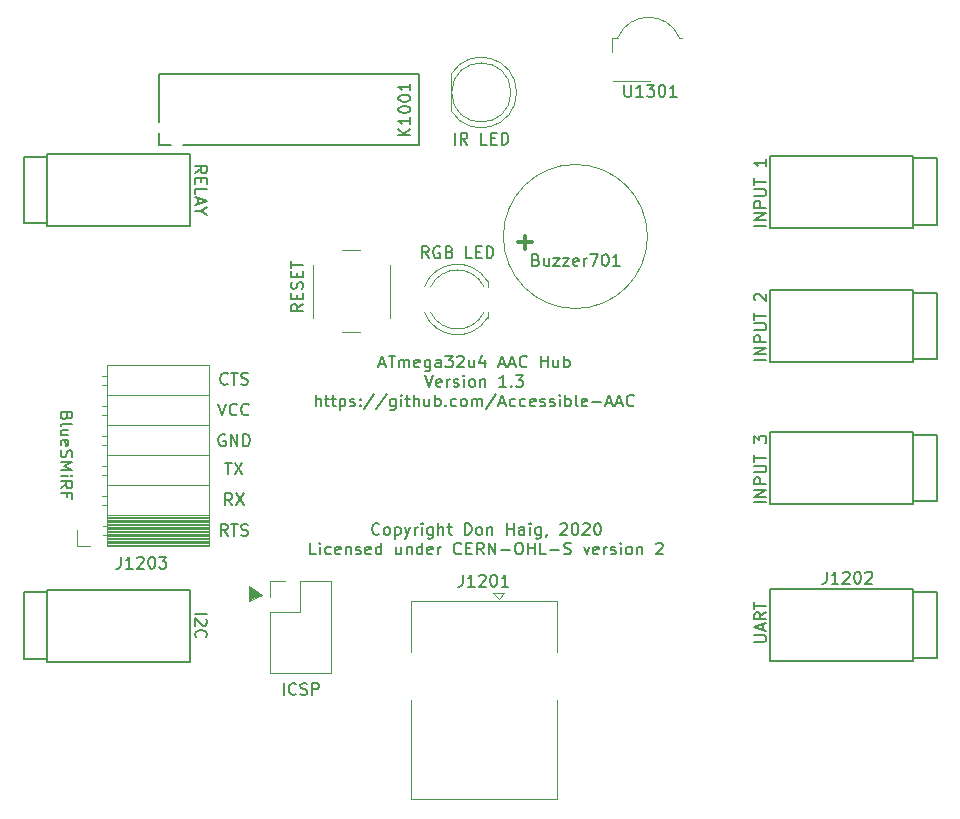
<source format=gto>
G04 #@! TF.GenerationSoftware,KiCad,Pcbnew,5.1.7-a382d34a8~87~ubuntu20.04.1*
G04 #@! TF.CreationDate,2020-11-13T16:05:12-05:00*
G04 #@! TF.ProjectId,atmega32u4_hub_pcb_1_3,61746d65-6761-4333-9275-345f6875625f,1.3*
G04 #@! TF.SameCoordinates,Original*
G04 #@! TF.FileFunction,Legend,Top*
G04 #@! TF.FilePolarity,Positive*
%FSLAX46Y46*%
G04 Gerber Fmt 4.6, Leading zero omitted, Abs format (unit mm)*
G04 Created by KiCad (PCBNEW 5.1.7-a382d34a8~87~ubuntu20.04.1) date 2020-11-13 16:05:12*
%MOMM*%
%LPD*%
G01*
G04 APERTURE LIST*
%ADD10C,0.150000*%
%ADD11C,0.100000*%
%ADD12C,0.300000*%
%ADD13C,0.120000*%
G04 APERTURE END LIST*
D10*
X135970380Y-98935566D02*
X136446571Y-98935566D01*
X135875142Y-99221280D02*
X136208476Y-98221280D01*
X136541809Y-99221280D01*
X136732285Y-98221280D02*
X137303714Y-98221280D01*
X137018000Y-99221280D02*
X137018000Y-98221280D01*
X137637047Y-99221280D02*
X137637047Y-98554614D01*
X137637047Y-98649852D02*
X137684666Y-98602233D01*
X137779904Y-98554614D01*
X137922761Y-98554614D01*
X138018000Y-98602233D01*
X138065619Y-98697471D01*
X138065619Y-99221280D01*
X138065619Y-98697471D02*
X138113238Y-98602233D01*
X138208476Y-98554614D01*
X138351333Y-98554614D01*
X138446571Y-98602233D01*
X138494190Y-98697471D01*
X138494190Y-99221280D01*
X139351333Y-99173661D02*
X139256095Y-99221280D01*
X139065619Y-99221280D01*
X138970380Y-99173661D01*
X138922761Y-99078423D01*
X138922761Y-98697471D01*
X138970380Y-98602233D01*
X139065619Y-98554614D01*
X139256095Y-98554614D01*
X139351333Y-98602233D01*
X139398952Y-98697471D01*
X139398952Y-98792709D01*
X138922761Y-98887947D01*
X140256095Y-98554614D02*
X140256095Y-99364138D01*
X140208476Y-99459376D01*
X140160857Y-99506995D01*
X140065619Y-99554614D01*
X139922761Y-99554614D01*
X139827523Y-99506995D01*
X140256095Y-99173661D02*
X140160857Y-99221280D01*
X139970380Y-99221280D01*
X139875142Y-99173661D01*
X139827523Y-99126042D01*
X139779904Y-99030804D01*
X139779904Y-98745090D01*
X139827523Y-98649852D01*
X139875142Y-98602233D01*
X139970380Y-98554614D01*
X140160857Y-98554614D01*
X140256095Y-98602233D01*
X141160857Y-99221280D02*
X141160857Y-98697471D01*
X141113238Y-98602233D01*
X141018000Y-98554614D01*
X140827523Y-98554614D01*
X140732285Y-98602233D01*
X141160857Y-99173661D02*
X141065619Y-99221280D01*
X140827523Y-99221280D01*
X140732285Y-99173661D01*
X140684666Y-99078423D01*
X140684666Y-98983185D01*
X140732285Y-98887947D01*
X140827523Y-98840328D01*
X141065619Y-98840328D01*
X141160857Y-98792709D01*
X141541809Y-98221280D02*
X142160857Y-98221280D01*
X141827523Y-98602233D01*
X141970380Y-98602233D01*
X142065619Y-98649852D01*
X142113238Y-98697471D01*
X142160857Y-98792709D01*
X142160857Y-99030804D01*
X142113238Y-99126042D01*
X142065619Y-99173661D01*
X141970380Y-99221280D01*
X141684666Y-99221280D01*
X141589428Y-99173661D01*
X141541809Y-99126042D01*
X142541809Y-98316519D02*
X142589428Y-98268900D01*
X142684666Y-98221280D01*
X142922761Y-98221280D01*
X143018000Y-98268900D01*
X143065619Y-98316519D01*
X143113238Y-98411757D01*
X143113238Y-98506995D01*
X143065619Y-98649852D01*
X142494190Y-99221280D01*
X143113238Y-99221280D01*
X143970380Y-98554614D02*
X143970380Y-99221280D01*
X143541809Y-98554614D02*
X143541809Y-99078423D01*
X143589428Y-99173661D01*
X143684666Y-99221280D01*
X143827523Y-99221280D01*
X143922761Y-99173661D01*
X143970380Y-99126042D01*
X144875142Y-98554614D02*
X144875142Y-99221280D01*
X144637047Y-98173661D02*
X144398952Y-98887947D01*
X145018000Y-98887947D01*
X146113238Y-98935566D02*
X146589428Y-98935566D01*
X146018000Y-99221280D02*
X146351333Y-98221280D01*
X146684666Y-99221280D01*
X146970380Y-98935566D02*
X147446571Y-98935566D01*
X146875142Y-99221280D02*
X147208476Y-98221280D01*
X147541809Y-99221280D01*
X148446571Y-99126042D02*
X148398952Y-99173661D01*
X148256095Y-99221280D01*
X148160857Y-99221280D01*
X148018000Y-99173661D01*
X147922761Y-99078423D01*
X147875142Y-98983185D01*
X147827523Y-98792709D01*
X147827523Y-98649852D01*
X147875142Y-98459376D01*
X147922761Y-98364138D01*
X148018000Y-98268900D01*
X148160857Y-98221280D01*
X148256095Y-98221280D01*
X148398952Y-98268900D01*
X148446571Y-98316519D01*
X149637047Y-99221280D02*
X149637047Y-98221280D01*
X149637047Y-98697471D02*
X150208476Y-98697471D01*
X150208476Y-99221280D02*
X150208476Y-98221280D01*
X151113238Y-98554614D02*
X151113238Y-99221280D01*
X150684666Y-98554614D02*
X150684666Y-99078423D01*
X150732285Y-99173661D01*
X150827523Y-99221280D01*
X150970380Y-99221280D01*
X151065619Y-99173661D01*
X151113238Y-99126042D01*
X151589428Y-99221280D02*
X151589428Y-98221280D01*
X151589428Y-98602233D02*
X151684666Y-98554614D01*
X151875142Y-98554614D01*
X151970380Y-98602233D01*
X152018000Y-98649852D01*
X152065619Y-98745090D01*
X152065619Y-99030804D01*
X152018000Y-99126042D01*
X151970380Y-99173661D01*
X151875142Y-99221280D01*
X151684666Y-99221280D01*
X151589428Y-99173661D01*
X139827523Y-99871280D02*
X140160857Y-100871280D01*
X140494190Y-99871280D01*
X141208476Y-100823661D02*
X141113238Y-100871280D01*
X140922761Y-100871280D01*
X140827523Y-100823661D01*
X140779904Y-100728423D01*
X140779904Y-100347471D01*
X140827523Y-100252233D01*
X140922761Y-100204614D01*
X141113238Y-100204614D01*
X141208476Y-100252233D01*
X141256095Y-100347471D01*
X141256095Y-100442709D01*
X140779904Y-100537947D01*
X141684666Y-100871280D02*
X141684666Y-100204614D01*
X141684666Y-100395090D02*
X141732285Y-100299852D01*
X141779904Y-100252233D01*
X141875142Y-100204614D01*
X141970380Y-100204614D01*
X142256095Y-100823661D02*
X142351333Y-100871280D01*
X142541809Y-100871280D01*
X142637047Y-100823661D01*
X142684666Y-100728423D01*
X142684666Y-100680804D01*
X142637047Y-100585566D01*
X142541809Y-100537947D01*
X142398952Y-100537947D01*
X142303714Y-100490328D01*
X142256095Y-100395090D01*
X142256095Y-100347471D01*
X142303714Y-100252233D01*
X142398952Y-100204614D01*
X142541809Y-100204614D01*
X142637047Y-100252233D01*
X143113238Y-100871280D02*
X143113238Y-100204614D01*
X143113238Y-99871280D02*
X143065619Y-99918900D01*
X143113238Y-99966519D01*
X143160857Y-99918900D01*
X143113238Y-99871280D01*
X143113238Y-99966519D01*
X143732285Y-100871280D02*
X143637047Y-100823661D01*
X143589428Y-100776042D01*
X143541809Y-100680804D01*
X143541809Y-100395090D01*
X143589428Y-100299852D01*
X143637047Y-100252233D01*
X143732285Y-100204614D01*
X143875142Y-100204614D01*
X143970380Y-100252233D01*
X144018000Y-100299852D01*
X144065619Y-100395090D01*
X144065619Y-100680804D01*
X144018000Y-100776042D01*
X143970380Y-100823661D01*
X143875142Y-100871280D01*
X143732285Y-100871280D01*
X144494190Y-100204614D02*
X144494190Y-100871280D01*
X144494190Y-100299852D02*
X144541809Y-100252233D01*
X144637047Y-100204614D01*
X144779904Y-100204614D01*
X144875142Y-100252233D01*
X144922761Y-100347471D01*
X144922761Y-100871280D01*
X146684666Y-100871280D02*
X146113238Y-100871280D01*
X146398952Y-100871280D02*
X146398952Y-99871280D01*
X146303714Y-100014138D01*
X146208476Y-100109376D01*
X146113238Y-100156995D01*
X147113238Y-100776042D02*
X147160857Y-100823661D01*
X147113238Y-100871280D01*
X147065619Y-100823661D01*
X147113238Y-100776042D01*
X147113238Y-100871280D01*
X147494190Y-99871280D02*
X148113238Y-99871280D01*
X147779904Y-100252233D01*
X147922761Y-100252233D01*
X148018000Y-100299852D01*
X148065619Y-100347471D01*
X148113238Y-100442709D01*
X148113238Y-100680804D01*
X148065619Y-100776042D01*
X148018000Y-100823661D01*
X147922761Y-100871280D01*
X147637047Y-100871280D01*
X147541809Y-100823661D01*
X147494190Y-100776042D01*
X130565619Y-102521280D02*
X130565619Y-101521280D01*
X130994190Y-102521280D02*
X130994190Y-101997471D01*
X130946571Y-101902233D01*
X130851333Y-101854614D01*
X130708476Y-101854614D01*
X130613238Y-101902233D01*
X130565619Y-101949852D01*
X131327523Y-101854614D02*
X131708476Y-101854614D01*
X131470380Y-101521280D02*
X131470380Y-102378423D01*
X131518000Y-102473661D01*
X131613238Y-102521280D01*
X131708476Y-102521280D01*
X131898952Y-101854614D02*
X132279904Y-101854614D01*
X132041809Y-101521280D02*
X132041809Y-102378423D01*
X132089428Y-102473661D01*
X132184666Y-102521280D01*
X132279904Y-102521280D01*
X132613238Y-101854614D02*
X132613238Y-102854614D01*
X132613238Y-101902233D02*
X132708476Y-101854614D01*
X132898952Y-101854614D01*
X132994190Y-101902233D01*
X133041809Y-101949852D01*
X133089428Y-102045090D01*
X133089428Y-102330804D01*
X133041809Y-102426042D01*
X132994190Y-102473661D01*
X132898952Y-102521280D01*
X132708476Y-102521280D01*
X132613238Y-102473661D01*
X133470380Y-102473661D02*
X133565619Y-102521280D01*
X133756095Y-102521280D01*
X133851333Y-102473661D01*
X133898952Y-102378423D01*
X133898952Y-102330804D01*
X133851333Y-102235566D01*
X133756095Y-102187947D01*
X133613238Y-102187947D01*
X133518000Y-102140328D01*
X133470380Y-102045090D01*
X133470380Y-101997471D01*
X133518000Y-101902233D01*
X133613238Y-101854614D01*
X133756095Y-101854614D01*
X133851333Y-101902233D01*
X134327523Y-102426042D02*
X134375142Y-102473661D01*
X134327523Y-102521280D01*
X134279904Y-102473661D01*
X134327523Y-102426042D01*
X134327523Y-102521280D01*
X134327523Y-101902233D02*
X134375142Y-101949852D01*
X134327523Y-101997471D01*
X134279904Y-101949852D01*
X134327523Y-101902233D01*
X134327523Y-101997471D01*
X135518000Y-101473661D02*
X134660857Y-102759376D01*
X136565619Y-101473661D02*
X135708476Y-102759376D01*
X137327523Y-101854614D02*
X137327523Y-102664138D01*
X137279904Y-102759376D01*
X137232285Y-102806995D01*
X137137047Y-102854614D01*
X136994190Y-102854614D01*
X136898952Y-102806995D01*
X137327523Y-102473661D02*
X137232285Y-102521280D01*
X137041809Y-102521280D01*
X136946571Y-102473661D01*
X136898952Y-102426042D01*
X136851333Y-102330804D01*
X136851333Y-102045090D01*
X136898952Y-101949852D01*
X136946571Y-101902233D01*
X137041809Y-101854614D01*
X137232285Y-101854614D01*
X137327523Y-101902233D01*
X137803714Y-102521280D02*
X137803714Y-101854614D01*
X137803714Y-101521280D02*
X137756095Y-101568900D01*
X137803714Y-101616519D01*
X137851333Y-101568900D01*
X137803714Y-101521280D01*
X137803714Y-101616519D01*
X138137047Y-101854614D02*
X138518000Y-101854614D01*
X138279904Y-101521280D02*
X138279904Y-102378423D01*
X138327523Y-102473661D01*
X138422761Y-102521280D01*
X138518000Y-102521280D01*
X138851333Y-102521280D02*
X138851333Y-101521280D01*
X139279904Y-102521280D02*
X139279904Y-101997471D01*
X139232285Y-101902233D01*
X139137047Y-101854614D01*
X138994190Y-101854614D01*
X138898952Y-101902233D01*
X138851333Y-101949852D01*
X140184666Y-101854614D02*
X140184666Y-102521280D01*
X139756095Y-101854614D02*
X139756095Y-102378423D01*
X139803714Y-102473661D01*
X139898952Y-102521280D01*
X140041809Y-102521280D01*
X140137047Y-102473661D01*
X140184666Y-102426042D01*
X140660857Y-102521280D02*
X140660857Y-101521280D01*
X140660857Y-101902233D02*
X140756095Y-101854614D01*
X140946571Y-101854614D01*
X141041809Y-101902233D01*
X141089428Y-101949852D01*
X141137047Y-102045090D01*
X141137047Y-102330804D01*
X141089428Y-102426042D01*
X141041809Y-102473661D01*
X140946571Y-102521280D01*
X140756095Y-102521280D01*
X140660857Y-102473661D01*
X141565619Y-102426042D02*
X141613238Y-102473661D01*
X141565619Y-102521280D01*
X141518000Y-102473661D01*
X141565619Y-102426042D01*
X141565619Y-102521280D01*
X142470380Y-102473661D02*
X142375142Y-102521280D01*
X142184666Y-102521280D01*
X142089428Y-102473661D01*
X142041809Y-102426042D01*
X141994190Y-102330804D01*
X141994190Y-102045090D01*
X142041809Y-101949852D01*
X142089428Y-101902233D01*
X142184666Y-101854614D01*
X142375142Y-101854614D01*
X142470380Y-101902233D01*
X143041809Y-102521280D02*
X142946571Y-102473661D01*
X142898952Y-102426042D01*
X142851333Y-102330804D01*
X142851333Y-102045090D01*
X142898952Y-101949852D01*
X142946571Y-101902233D01*
X143041809Y-101854614D01*
X143184666Y-101854614D01*
X143279904Y-101902233D01*
X143327523Y-101949852D01*
X143375142Y-102045090D01*
X143375142Y-102330804D01*
X143327523Y-102426042D01*
X143279904Y-102473661D01*
X143184666Y-102521280D01*
X143041809Y-102521280D01*
X143803714Y-102521280D02*
X143803714Y-101854614D01*
X143803714Y-101949852D02*
X143851333Y-101902233D01*
X143946571Y-101854614D01*
X144089428Y-101854614D01*
X144184666Y-101902233D01*
X144232285Y-101997471D01*
X144232285Y-102521280D01*
X144232285Y-101997471D02*
X144279904Y-101902233D01*
X144375142Y-101854614D01*
X144518000Y-101854614D01*
X144613238Y-101902233D01*
X144660857Y-101997471D01*
X144660857Y-102521280D01*
X145851333Y-101473661D02*
X144994190Y-102759376D01*
X146137047Y-102235566D02*
X146613238Y-102235566D01*
X146041809Y-102521280D02*
X146375142Y-101521280D01*
X146708476Y-102521280D01*
X147470380Y-102473661D02*
X147375142Y-102521280D01*
X147184666Y-102521280D01*
X147089428Y-102473661D01*
X147041809Y-102426042D01*
X146994190Y-102330804D01*
X146994190Y-102045090D01*
X147041809Y-101949852D01*
X147089428Y-101902233D01*
X147184666Y-101854614D01*
X147375142Y-101854614D01*
X147470380Y-101902233D01*
X148327523Y-102473661D02*
X148232285Y-102521280D01*
X148041809Y-102521280D01*
X147946571Y-102473661D01*
X147898952Y-102426042D01*
X147851333Y-102330804D01*
X147851333Y-102045090D01*
X147898952Y-101949852D01*
X147946571Y-101902233D01*
X148041809Y-101854614D01*
X148232285Y-101854614D01*
X148327523Y-101902233D01*
X149137047Y-102473661D02*
X149041809Y-102521280D01*
X148851333Y-102521280D01*
X148756095Y-102473661D01*
X148708476Y-102378423D01*
X148708476Y-101997471D01*
X148756095Y-101902233D01*
X148851333Y-101854614D01*
X149041809Y-101854614D01*
X149137047Y-101902233D01*
X149184666Y-101997471D01*
X149184666Y-102092709D01*
X148708476Y-102187947D01*
X149565619Y-102473661D02*
X149660857Y-102521280D01*
X149851333Y-102521280D01*
X149946571Y-102473661D01*
X149994190Y-102378423D01*
X149994190Y-102330804D01*
X149946571Y-102235566D01*
X149851333Y-102187947D01*
X149708476Y-102187947D01*
X149613238Y-102140328D01*
X149565619Y-102045090D01*
X149565619Y-101997471D01*
X149613238Y-101902233D01*
X149708476Y-101854614D01*
X149851333Y-101854614D01*
X149946571Y-101902233D01*
X150375142Y-102473661D02*
X150470380Y-102521280D01*
X150660857Y-102521280D01*
X150756095Y-102473661D01*
X150803714Y-102378423D01*
X150803714Y-102330804D01*
X150756095Y-102235566D01*
X150660857Y-102187947D01*
X150518000Y-102187947D01*
X150422761Y-102140328D01*
X150375142Y-102045090D01*
X150375142Y-101997471D01*
X150422761Y-101902233D01*
X150518000Y-101854614D01*
X150660857Y-101854614D01*
X150756095Y-101902233D01*
X151232285Y-102521280D02*
X151232285Y-101854614D01*
X151232285Y-101521280D02*
X151184666Y-101568900D01*
X151232285Y-101616519D01*
X151279904Y-101568900D01*
X151232285Y-101521280D01*
X151232285Y-101616519D01*
X151708476Y-102521280D02*
X151708476Y-101521280D01*
X151708476Y-101902233D02*
X151803714Y-101854614D01*
X151994190Y-101854614D01*
X152089428Y-101902233D01*
X152137047Y-101949852D01*
X152184666Y-102045090D01*
X152184666Y-102330804D01*
X152137047Y-102426042D01*
X152089428Y-102473661D01*
X151994190Y-102521280D01*
X151803714Y-102521280D01*
X151708476Y-102473661D01*
X152756095Y-102521280D02*
X152660857Y-102473661D01*
X152613238Y-102378423D01*
X152613238Y-101521280D01*
X153518000Y-102473661D02*
X153422761Y-102521280D01*
X153232285Y-102521280D01*
X153137047Y-102473661D01*
X153089428Y-102378423D01*
X153089428Y-101997471D01*
X153137047Y-101902233D01*
X153232285Y-101854614D01*
X153422761Y-101854614D01*
X153518000Y-101902233D01*
X153565619Y-101997471D01*
X153565619Y-102092709D01*
X153089428Y-102187947D01*
X153994190Y-102140328D02*
X154756095Y-102140328D01*
X155184666Y-102235566D02*
X155660857Y-102235566D01*
X155089428Y-102521280D02*
X155422761Y-101521280D01*
X155756095Y-102521280D01*
X156041809Y-102235566D02*
X156518000Y-102235566D01*
X155946571Y-102521280D02*
X156279904Y-101521280D01*
X156613238Y-102521280D01*
X157518000Y-102426042D02*
X157470380Y-102473661D01*
X157327523Y-102521280D01*
X157232285Y-102521280D01*
X157089428Y-102473661D01*
X156994190Y-102378423D01*
X156946571Y-102283185D01*
X156898952Y-102092709D01*
X156898952Y-101949852D01*
X156946571Y-101759376D01*
X156994190Y-101664138D01*
X157089428Y-101568900D01*
X157232285Y-101521280D01*
X157327523Y-101521280D01*
X157470380Y-101568900D01*
X157518000Y-101616519D01*
D11*
G36*
X126034800Y-118491000D02*
G01*
X124891800Y-118973600D01*
X124891800Y-117805200D01*
X124917200Y-117830600D01*
X124891800Y-117754400D01*
X126034800Y-118491000D01*
G37*
X126034800Y-118491000D02*
X124891800Y-118973600D01*
X124891800Y-117805200D01*
X124917200Y-117830600D01*
X124891800Y-117754400D01*
X126034800Y-118491000D01*
D10*
X109494628Y-103343485D02*
X109447009Y-103486342D01*
X109399390Y-103533961D01*
X109304152Y-103581580D01*
X109161295Y-103581580D01*
X109066057Y-103533961D01*
X109018438Y-103486342D01*
X108970819Y-103391104D01*
X108970819Y-103010152D01*
X109970819Y-103010152D01*
X109970819Y-103343485D01*
X109923200Y-103438723D01*
X109875580Y-103486342D01*
X109780342Y-103533961D01*
X109685104Y-103533961D01*
X109589866Y-103486342D01*
X109542247Y-103438723D01*
X109494628Y-103343485D01*
X109494628Y-103010152D01*
X108970819Y-104153009D02*
X109018438Y-104057771D01*
X109113676Y-104010152D01*
X109970819Y-104010152D01*
X109637485Y-104962533D02*
X108970819Y-104962533D01*
X109637485Y-104533961D02*
X109113676Y-104533961D01*
X109018438Y-104581580D01*
X108970819Y-104676819D01*
X108970819Y-104819676D01*
X109018438Y-104914914D01*
X109066057Y-104962533D01*
X109018438Y-105819676D02*
X108970819Y-105724438D01*
X108970819Y-105533961D01*
X109018438Y-105438723D01*
X109113676Y-105391104D01*
X109494628Y-105391104D01*
X109589866Y-105438723D01*
X109637485Y-105533961D01*
X109637485Y-105724438D01*
X109589866Y-105819676D01*
X109494628Y-105867295D01*
X109399390Y-105867295D01*
X109304152Y-105391104D01*
X109018438Y-106248247D02*
X108970819Y-106391104D01*
X108970819Y-106629200D01*
X109018438Y-106724438D01*
X109066057Y-106772057D01*
X109161295Y-106819676D01*
X109256533Y-106819676D01*
X109351771Y-106772057D01*
X109399390Y-106724438D01*
X109447009Y-106629200D01*
X109494628Y-106438723D01*
X109542247Y-106343485D01*
X109589866Y-106295866D01*
X109685104Y-106248247D01*
X109780342Y-106248247D01*
X109875580Y-106295866D01*
X109923200Y-106343485D01*
X109970819Y-106438723D01*
X109970819Y-106676819D01*
X109923200Y-106819676D01*
X108970819Y-107248247D02*
X109970819Y-107248247D01*
X109256533Y-107581580D01*
X109970819Y-107914914D01*
X108970819Y-107914914D01*
X108970819Y-108391104D02*
X109637485Y-108391104D01*
X109970819Y-108391104D02*
X109923200Y-108343485D01*
X109875580Y-108391104D01*
X109923200Y-108438723D01*
X109970819Y-108391104D01*
X109875580Y-108391104D01*
X108970819Y-109438723D02*
X109447009Y-109105390D01*
X108970819Y-108867295D02*
X109970819Y-108867295D01*
X109970819Y-109248247D01*
X109923200Y-109343485D01*
X109875580Y-109391104D01*
X109780342Y-109438723D01*
X109637485Y-109438723D01*
X109542247Y-109391104D01*
X109494628Y-109343485D01*
X109447009Y-109248247D01*
X109447009Y-108867295D01*
X109494628Y-110200628D02*
X109494628Y-109867295D01*
X108970819Y-109867295D02*
X109970819Y-109867295D01*
X109970819Y-110343485D01*
X167701980Y-122448438D02*
X168511504Y-122448438D01*
X168606742Y-122400819D01*
X168654361Y-122353200D01*
X168701980Y-122257961D01*
X168701980Y-122067485D01*
X168654361Y-121972247D01*
X168606742Y-121924628D01*
X168511504Y-121877009D01*
X167701980Y-121877009D01*
X168416266Y-121448438D02*
X168416266Y-120972247D01*
X168701980Y-121543676D02*
X167701980Y-121210342D01*
X168701980Y-120877009D01*
X168701980Y-119972247D02*
X168225790Y-120305580D01*
X168701980Y-120543676D02*
X167701980Y-120543676D01*
X167701980Y-120162723D01*
X167749600Y-120067485D01*
X167797219Y-120019866D01*
X167892457Y-119972247D01*
X168035314Y-119972247D01*
X168130552Y-120019866D01*
X168178171Y-120067485D01*
X168225790Y-120162723D01*
X168225790Y-120543676D01*
X167701980Y-119686533D02*
X167701980Y-119115104D01*
X168701980Y-119400819D02*
X167701980Y-119400819D01*
D12*
X148843928Y-88626142D02*
X147701071Y-88626142D01*
X148272500Y-89197571D02*
X148272500Y-88054714D01*
D10*
X120350019Y-120080209D02*
X121350019Y-120080209D01*
X121254780Y-120508780D02*
X121302400Y-120556400D01*
X121350019Y-120651638D01*
X121350019Y-120889733D01*
X121302400Y-120984971D01*
X121254780Y-121032590D01*
X121159542Y-121080209D01*
X121064304Y-121080209D01*
X120921447Y-121032590D01*
X120350019Y-120461161D01*
X120350019Y-121080209D01*
X120445257Y-122080209D02*
X120397638Y-122032590D01*
X120350019Y-121889733D01*
X120350019Y-121794495D01*
X120397638Y-121651638D01*
X120492876Y-121556400D01*
X120588114Y-121508780D01*
X120778590Y-121461161D01*
X120921447Y-121461161D01*
X121111923Y-121508780D01*
X121207161Y-121556400D01*
X121302400Y-121651638D01*
X121350019Y-121794495D01*
X121350019Y-121889733D01*
X121302400Y-122032590D01*
X121254780Y-122080209D01*
X135949871Y-113311442D02*
X135902252Y-113359061D01*
X135759395Y-113406680D01*
X135664157Y-113406680D01*
X135521300Y-113359061D01*
X135426061Y-113263823D01*
X135378442Y-113168585D01*
X135330823Y-112978109D01*
X135330823Y-112835252D01*
X135378442Y-112644776D01*
X135426061Y-112549538D01*
X135521300Y-112454300D01*
X135664157Y-112406680D01*
X135759395Y-112406680D01*
X135902252Y-112454300D01*
X135949871Y-112501919D01*
X136521300Y-113406680D02*
X136426061Y-113359061D01*
X136378442Y-113311442D01*
X136330823Y-113216204D01*
X136330823Y-112930490D01*
X136378442Y-112835252D01*
X136426061Y-112787633D01*
X136521300Y-112740014D01*
X136664157Y-112740014D01*
X136759395Y-112787633D01*
X136807014Y-112835252D01*
X136854633Y-112930490D01*
X136854633Y-113216204D01*
X136807014Y-113311442D01*
X136759395Y-113359061D01*
X136664157Y-113406680D01*
X136521300Y-113406680D01*
X137283204Y-112740014D02*
X137283204Y-113740014D01*
X137283204Y-112787633D02*
X137378442Y-112740014D01*
X137568919Y-112740014D01*
X137664157Y-112787633D01*
X137711776Y-112835252D01*
X137759395Y-112930490D01*
X137759395Y-113216204D01*
X137711776Y-113311442D01*
X137664157Y-113359061D01*
X137568919Y-113406680D01*
X137378442Y-113406680D01*
X137283204Y-113359061D01*
X138092728Y-112740014D02*
X138330823Y-113406680D01*
X138568919Y-112740014D02*
X138330823Y-113406680D01*
X138235585Y-113644776D01*
X138187966Y-113692395D01*
X138092728Y-113740014D01*
X138949871Y-113406680D02*
X138949871Y-112740014D01*
X138949871Y-112930490D02*
X138997490Y-112835252D01*
X139045109Y-112787633D01*
X139140347Y-112740014D01*
X139235585Y-112740014D01*
X139568919Y-113406680D02*
X139568919Y-112740014D01*
X139568919Y-112406680D02*
X139521300Y-112454300D01*
X139568919Y-112501919D01*
X139616538Y-112454300D01*
X139568919Y-112406680D01*
X139568919Y-112501919D01*
X140473680Y-112740014D02*
X140473680Y-113549538D01*
X140426061Y-113644776D01*
X140378442Y-113692395D01*
X140283204Y-113740014D01*
X140140347Y-113740014D01*
X140045109Y-113692395D01*
X140473680Y-113359061D02*
X140378442Y-113406680D01*
X140187966Y-113406680D01*
X140092728Y-113359061D01*
X140045109Y-113311442D01*
X139997490Y-113216204D01*
X139997490Y-112930490D01*
X140045109Y-112835252D01*
X140092728Y-112787633D01*
X140187966Y-112740014D01*
X140378442Y-112740014D01*
X140473680Y-112787633D01*
X140949871Y-113406680D02*
X140949871Y-112406680D01*
X141378442Y-113406680D02*
X141378442Y-112882871D01*
X141330823Y-112787633D01*
X141235585Y-112740014D01*
X141092728Y-112740014D01*
X140997490Y-112787633D01*
X140949871Y-112835252D01*
X141711776Y-112740014D02*
X142092728Y-112740014D01*
X141854633Y-112406680D02*
X141854633Y-113263823D01*
X141902252Y-113359061D01*
X141997490Y-113406680D01*
X142092728Y-113406680D01*
X143187966Y-113406680D02*
X143187966Y-112406680D01*
X143426061Y-112406680D01*
X143568919Y-112454300D01*
X143664157Y-112549538D01*
X143711776Y-112644776D01*
X143759395Y-112835252D01*
X143759395Y-112978109D01*
X143711776Y-113168585D01*
X143664157Y-113263823D01*
X143568919Y-113359061D01*
X143426061Y-113406680D01*
X143187966Y-113406680D01*
X144330823Y-113406680D02*
X144235585Y-113359061D01*
X144187966Y-113311442D01*
X144140347Y-113216204D01*
X144140347Y-112930490D01*
X144187966Y-112835252D01*
X144235585Y-112787633D01*
X144330823Y-112740014D01*
X144473680Y-112740014D01*
X144568919Y-112787633D01*
X144616538Y-112835252D01*
X144664157Y-112930490D01*
X144664157Y-113216204D01*
X144616538Y-113311442D01*
X144568919Y-113359061D01*
X144473680Y-113406680D01*
X144330823Y-113406680D01*
X145092728Y-112740014D02*
X145092728Y-113406680D01*
X145092728Y-112835252D02*
X145140347Y-112787633D01*
X145235585Y-112740014D01*
X145378442Y-112740014D01*
X145473680Y-112787633D01*
X145521300Y-112882871D01*
X145521300Y-113406680D01*
X146759395Y-113406680D02*
X146759395Y-112406680D01*
X146759395Y-112882871D02*
X147330823Y-112882871D01*
X147330823Y-113406680D02*
X147330823Y-112406680D01*
X148235585Y-113406680D02*
X148235585Y-112882871D01*
X148187966Y-112787633D01*
X148092728Y-112740014D01*
X147902252Y-112740014D01*
X147807014Y-112787633D01*
X148235585Y-113359061D02*
X148140347Y-113406680D01*
X147902252Y-113406680D01*
X147807014Y-113359061D01*
X147759395Y-113263823D01*
X147759395Y-113168585D01*
X147807014Y-113073347D01*
X147902252Y-113025728D01*
X148140347Y-113025728D01*
X148235585Y-112978109D01*
X148711776Y-113406680D02*
X148711776Y-112740014D01*
X148711776Y-112406680D02*
X148664157Y-112454300D01*
X148711776Y-112501919D01*
X148759395Y-112454300D01*
X148711776Y-112406680D01*
X148711776Y-112501919D01*
X149616538Y-112740014D02*
X149616538Y-113549538D01*
X149568919Y-113644776D01*
X149521300Y-113692395D01*
X149426061Y-113740014D01*
X149283204Y-113740014D01*
X149187966Y-113692395D01*
X149616538Y-113359061D02*
X149521300Y-113406680D01*
X149330823Y-113406680D01*
X149235585Y-113359061D01*
X149187966Y-113311442D01*
X149140347Y-113216204D01*
X149140347Y-112930490D01*
X149187966Y-112835252D01*
X149235585Y-112787633D01*
X149330823Y-112740014D01*
X149521300Y-112740014D01*
X149616538Y-112787633D01*
X150140347Y-113359061D02*
X150140347Y-113406680D01*
X150092728Y-113501919D01*
X150045109Y-113549538D01*
X151283204Y-112501919D02*
X151330823Y-112454300D01*
X151426061Y-112406680D01*
X151664157Y-112406680D01*
X151759395Y-112454300D01*
X151807014Y-112501919D01*
X151854633Y-112597157D01*
X151854633Y-112692395D01*
X151807014Y-112835252D01*
X151235585Y-113406680D01*
X151854633Y-113406680D01*
X152473680Y-112406680D02*
X152568919Y-112406680D01*
X152664157Y-112454300D01*
X152711776Y-112501919D01*
X152759395Y-112597157D01*
X152807014Y-112787633D01*
X152807014Y-113025728D01*
X152759395Y-113216204D01*
X152711776Y-113311442D01*
X152664157Y-113359061D01*
X152568919Y-113406680D01*
X152473680Y-113406680D01*
X152378442Y-113359061D01*
X152330823Y-113311442D01*
X152283204Y-113216204D01*
X152235585Y-113025728D01*
X152235585Y-112787633D01*
X152283204Y-112597157D01*
X152330823Y-112501919D01*
X152378442Y-112454300D01*
X152473680Y-112406680D01*
X153187966Y-112501919D02*
X153235585Y-112454300D01*
X153330823Y-112406680D01*
X153568919Y-112406680D01*
X153664157Y-112454300D01*
X153711776Y-112501919D01*
X153759395Y-112597157D01*
X153759395Y-112692395D01*
X153711776Y-112835252D01*
X153140347Y-113406680D01*
X153759395Y-113406680D01*
X154378442Y-112406680D02*
X154473680Y-112406680D01*
X154568919Y-112454300D01*
X154616538Y-112501919D01*
X154664157Y-112597157D01*
X154711776Y-112787633D01*
X154711776Y-113025728D01*
X154664157Y-113216204D01*
X154616538Y-113311442D01*
X154568919Y-113359061D01*
X154473680Y-113406680D01*
X154378442Y-113406680D01*
X154283204Y-113359061D01*
X154235585Y-113311442D01*
X154187966Y-113216204D01*
X154140347Y-113025728D01*
X154140347Y-112787633D01*
X154187966Y-112597157D01*
X154235585Y-112501919D01*
X154283204Y-112454300D01*
X154378442Y-112406680D01*
X130592728Y-115056680D02*
X130116538Y-115056680D01*
X130116538Y-114056680D01*
X130926061Y-115056680D02*
X130926061Y-114390014D01*
X130926061Y-114056680D02*
X130878442Y-114104300D01*
X130926061Y-114151919D01*
X130973680Y-114104300D01*
X130926061Y-114056680D01*
X130926061Y-114151919D01*
X131830823Y-115009061D02*
X131735585Y-115056680D01*
X131545109Y-115056680D01*
X131449871Y-115009061D01*
X131402252Y-114961442D01*
X131354633Y-114866204D01*
X131354633Y-114580490D01*
X131402252Y-114485252D01*
X131449871Y-114437633D01*
X131545109Y-114390014D01*
X131735585Y-114390014D01*
X131830823Y-114437633D01*
X132640347Y-115009061D02*
X132545109Y-115056680D01*
X132354633Y-115056680D01*
X132259395Y-115009061D01*
X132211776Y-114913823D01*
X132211776Y-114532871D01*
X132259395Y-114437633D01*
X132354633Y-114390014D01*
X132545109Y-114390014D01*
X132640347Y-114437633D01*
X132687966Y-114532871D01*
X132687966Y-114628109D01*
X132211776Y-114723347D01*
X133116538Y-114390014D02*
X133116538Y-115056680D01*
X133116538Y-114485252D02*
X133164157Y-114437633D01*
X133259395Y-114390014D01*
X133402252Y-114390014D01*
X133497490Y-114437633D01*
X133545109Y-114532871D01*
X133545109Y-115056680D01*
X133973680Y-115009061D02*
X134068919Y-115056680D01*
X134259395Y-115056680D01*
X134354633Y-115009061D01*
X134402252Y-114913823D01*
X134402252Y-114866204D01*
X134354633Y-114770966D01*
X134259395Y-114723347D01*
X134116538Y-114723347D01*
X134021300Y-114675728D01*
X133973680Y-114580490D01*
X133973680Y-114532871D01*
X134021300Y-114437633D01*
X134116538Y-114390014D01*
X134259395Y-114390014D01*
X134354633Y-114437633D01*
X135211776Y-115009061D02*
X135116538Y-115056680D01*
X134926061Y-115056680D01*
X134830823Y-115009061D01*
X134783204Y-114913823D01*
X134783204Y-114532871D01*
X134830823Y-114437633D01*
X134926061Y-114390014D01*
X135116538Y-114390014D01*
X135211776Y-114437633D01*
X135259395Y-114532871D01*
X135259395Y-114628109D01*
X134783204Y-114723347D01*
X136116538Y-115056680D02*
X136116538Y-114056680D01*
X136116538Y-115009061D02*
X136021300Y-115056680D01*
X135830823Y-115056680D01*
X135735585Y-115009061D01*
X135687966Y-114961442D01*
X135640347Y-114866204D01*
X135640347Y-114580490D01*
X135687966Y-114485252D01*
X135735585Y-114437633D01*
X135830823Y-114390014D01*
X136021300Y-114390014D01*
X136116538Y-114437633D01*
X137783204Y-114390014D02*
X137783204Y-115056680D01*
X137354633Y-114390014D02*
X137354633Y-114913823D01*
X137402252Y-115009061D01*
X137497490Y-115056680D01*
X137640347Y-115056680D01*
X137735585Y-115009061D01*
X137783204Y-114961442D01*
X138259395Y-114390014D02*
X138259395Y-115056680D01*
X138259395Y-114485252D02*
X138307014Y-114437633D01*
X138402252Y-114390014D01*
X138545109Y-114390014D01*
X138640347Y-114437633D01*
X138687966Y-114532871D01*
X138687966Y-115056680D01*
X139592728Y-115056680D02*
X139592728Y-114056680D01*
X139592728Y-115009061D02*
X139497490Y-115056680D01*
X139307014Y-115056680D01*
X139211776Y-115009061D01*
X139164157Y-114961442D01*
X139116538Y-114866204D01*
X139116538Y-114580490D01*
X139164157Y-114485252D01*
X139211776Y-114437633D01*
X139307014Y-114390014D01*
X139497490Y-114390014D01*
X139592728Y-114437633D01*
X140449871Y-115009061D02*
X140354633Y-115056680D01*
X140164157Y-115056680D01*
X140068919Y-115009061D01*
X140021300Y-114913823D01*
X140021300Y-114532871D01*
X140068919Y-114437633D01*
X140164157Y-114390014D01*
X140354633Y-114390014D01*
X140449871Y-114437633D01*
X140497490Y-114532871D01*
X140497490Y-114628109D01*
X140021300Y-114723347D01*
X140926061Y-115056680D02*
X140926061Y-114390014D01*
X140926061Y-114580490D02*
X140973680Y-114485252D01*
X141021300Y-114437633D01*
X141116538Y-114390014D01*
X141211776Y-114390014D01*
X142878442Y-114961442D02*
X142830823Y-115009061D01*
X142687966Y-115056680D01*
X142592728Y-115056680D01*
X142449871Y-115009061D01*
X142354633Y-114913823D01*
X142307014Y-114818585D01*
X142259395Y-114628109D01*
X142259395Y-114485252D01*
X142307014Y-114294776D01*
X142354633Y-114199538D01*
X142449871Y-114104300D01*
X142592728Y-114056680D01*
X142687966Y-114056680D01*
X142830823Y-114104300D01*
X142878442Y-114151919D01*
X143307014Y-114532871D02*
X143640347Y-114532871D01*
X143783204Y-115056680D02*
X143307014Y-115056680D01*
X143307014Y-114056680D01*
X143783204Y-114056680D01*
X144783204Y-115056680D02*
X144449871Y-114580490D01*
X144211776Y-115056680D02*
X144211776Y-114056680D01*
X144592728Y-114056680D01*
X144687966Y-114104300D01*
X144735585Y-114151919D01*
X144783204Y-114247157D01*
X144783204Y-114390014D01*
X144735585Y-114485252D01*
X144687966Y-114532871D01*
X144592728Y-114580490D01*
X144211776Y-114580490D01*
X145211776Y-115056680D02*
X145211776Y-114056680D01*
X145783204Y-115056680D01*
X145783204Y-114056680D01*
X146259395Y-114675728D02*
X147021300Y-114675728D01*
X147687966Y-114056680D02*
X147878442Y-114056680D01*
X147973680Y-114104300D01*
X148068919Y-114199538D01*
X148116538Y-114390014D01*
X148116538Y-114723347D01*
X148068919Y-114913823D01*
X147973680Y-115009061D01*
X147878442Y-115056680D01*
X147687966Y-115056680D01*
X147592728Y-115009061D01*
X147497490Y-114913823D01*
X147449871Y-114723347D01*
X147449871Y-114390014D01*
X147497490Y-114199538D01*
X147592728Y-114104300D01*
X147687966Y-114056680D01*
X148545109Y-115056680D02*
X148545109Y-114056680D01*
X148545109Y-114532871D02*
X149116538Y-114532871D01*
X149116538Y-115056680D02*
X149116538Y-114056680D01*
X150068919Y-115056680D02*
X149592728Y-115056680D01*
X149592728Y-114056680D01*
X150402252Y-114675728D02*
X151164157Y-114675728D01*
X151592728Y-115009061D02*
X151735585Y-115056680D01*
X151973680Y-115056680D01*
X152068919Y-115009061D01*
X152116538Y-114961442D01*
X152164157Y-114866204D01*
X152164157Y-114770966D01*
X152116538Y-114675728D01*
X152068919Y-114628109D01*
X151973680Y-114580490D01*
X151783204Y-114532871D01*
X151687966Y-114485252D01*
X151640347Y-114437633D01*
X151592728Y-114342395D01*
X151592728Y-114247157D01*
X151640347Y-114151919D01*
X151687966Y-114104300D01*
X151783204Y-114056680D01*
X152021300Y-114056680D01*
X152164157Y-114104300D01*
X153259395Y-114390014D02*
X153497490Y-115056680D01*
X153735585Y-114390014D01*
X154497490Y-115009061D02*
X154402252Y-115056680D01*
X154211776Y-115056680D01*
X154116538Y-115009061D01*
X154068919Y-114913823D01*
X154068919Y-114532871D01*
X154116538Y-114437633D01*
X154211776Y-114390014D01*
X154402252Y-114390014D01*
X154497490Y-114437633D01*
X154545109Y-114532871D01*
X154545109Y-114628109D01*
X154068919Y-114723347D01*
X154973680Y-115056680D02*
X154973680Y-114390014D01*
X154973680Y-114580490D02*
X155021300Y-114485252D01*
X155068919Y-114437633D01*
X155164157Y-114390014D01*
X155259395Y-114390014D01*
X155545109Y-115009061D02*
X155640347Y-115056680D01*
X155830823Y-115056680D01*
X155926061Y-115009061D01*
X155973680Y-114913823D01*
X155973680Y-114866204D01*
X155926061Y-114770966D01*
X155830823Y-114723347D01*
X155687966Y-114723347D01*
X155592728Y-114675728D01*
X155545109Y-114580490D01*
X155545109Y-114532871D01*
X155592728Y-114437633D01*
X155687966Y-114390014D01*
X155830823Y-114390014D01*
X155926061Y-114437633D01*
X156402252Y-115056680D02*
X156402252Y-114390014D01*
X156402252Y-114056680D02*
X156354633Y-114104300D01*
X156402252Y-114151919D01*
X156449871Y-114104300D01*
X156402252Y-114056680D01*
X156402252Y-114151919D01*
X157021300Y-115056680D02*
X156926061Y-115009061D01*
X156878442Y-114961442D01*
X156830823Y-114866204D01*
X156830823Y-114580490D01*
X156878442Y-114485252D01*
X156926061Y-114437633D01*
X157021300Y-114390014D01*
X157164157Y-114390014D01*
X157259395Y-114437633D01*
X157307014Y-114485252D01*
X157354633Y-114580490D01*
X157354633Y-114866204D01*
X157307014Y-114961442D01*
X157259395Y-115009061D01*
X157164157Y-115056680D01*
X157021300Y-115056680D01*
X157783204Y-114390014D02*
X157783204Y-115056680D01*
X157783204Y-114485252D02*
X157830823Y-114437633D01*
X157926061Y-114390014D01*
X158068919Y-114390014D01*
X158164157Y-114437633D01*
X158211776Y-114532871D01*
X158211776Y-115056680D01*
X159402252Y-114151919D02*
X159449871Y-114104300D01*
X159545109Y-114056680D01*
X159783204Y-114056680D01*
X159878442Y-114104300D01*
X159926061Y-114151919D01*
X159973680Y-114247157D01*
X159973680Y-114342395D01*
X159926061Y-114485252D01*
X159354633Y-115056680D01*
X159973680Y-115056680D01*
X120350019Y-82770838D02*
X120826209Y-82437504D01*
X120350019Y-82199409D02*
X121350019Y-82199409D01*
X121350019Y-82580361D01*
X121302400Y-82675600D01*
X121254780Y-82723219D01*
X121159542Y-82770838D01*
X121016685Y-82770838D01*
X120921447Y-82723219D01*
X120873828Y-82675600D01*
X120826209Y-82580361D01*
X120826209Y-82199409D01*
X120873828Y-83199409D02*
X120873828Y-83532742D01*
X120350019Y-83675600D02*
X120350019Y-83199409D01*
X121350019Y-83199409D01*
X121350019Y-83675600D01*
X120350019Y-84580361D02*
X120350019Y-84104171D01*
X121350019Y-84104171D01*
X120635733Y-84866076D02*
X120635733Y-85342266D01*
X120350019Y-84770838D02*
X121350019Y-85104171D01*
X120350019Y-85437504D01*
X120826209Y-85961314D02*
X120350019Y-85961314D01*
X121350019Y-85627980D02*
X120826209Y-85961314D01*
X121350019Y-86294647D01*
X168701980Y-110634114D02*
X167701980Y-110634114D01*
X168701980Y-110157923D02*
X167701980Y-110157923D01*
X168701980Y-109586495D01*
X167701980Y-109586495D01*
X168701980Y-109110304D02*
X167701980Y-109110304D01*
X167701980Y-108729352D01*
X167749600Y-108634114D01*
X167797219Y-108586495D01*
X167892457Y-108538876D01*
X168035314Y-108538876D01*
X168130552Y-108586495D01*
X168178171Y-108634114D01*
X168225790Y-108729352D01*
X168225790Y-109110304D01*
X167701980Y-108110304D02*
X168511504Y-108110304D01*
X168606742Y-108062685D01*
X168654361Y-108015066D01*
X168701980Y-107919828D01*
X168701980Y-107729352D01*
X168654361Y-107634114D01*
X168606742Y-107586495D01*
X168511504Y-107538876D01*
X167701980Y-107538876D01*
X167701980Y-107205542D02*
X167701980Y-106634114D01*
X168701980Y-106919828D02*
X167701980Y-106919828D01*
X167701980Y-105634114D02*
X167701980Y-105015066D01*
X168082933Y-105348400D01*
X168082933Y-105205542D01*
X168130552Y-105110304D01*
X168178171Y-105062685D01*
X168273409Y-105015066D01*
X168511504Y-105015066D01*
X168606742Y-105062685D01*
X168654361Y-105110304D01*
X168701980Y-105205542D01*
X168701980Y-105491257D01*
X168654361Y-105586495D01*
X168606742Y-105634114D01*
X168701980Y-98594514D02*
X167701980Y-98594514D01*
X168701980Y-98118323D02*
X167701980Y-98118323D01*
X168701980Y-97546895D01*
X167701980Y-97546895D01*
X168701980Y-97070704D02*
X167701980Y-97070704D01*
X167701980Y-96689752D01*
X167749600Y-96594514D01*
X167797219Y-96546895D01*
X167892457Y-96499276D01*
X168035314Y-96499276D01*
X168130552Y-96546895D01*
X168178171Y-96594514D01*
X168225790Y-96689752D01*
X168225790Y-97070704D01*
X167701980Y-96070704D02*
X168511504Y-96070704D01*
X168606742Y-96023085D01*
X168654361Y-95975466D01*
X168701980Y-95880228D01*
X168701980Y-95689752D01*
X168654361Y-95594514D01*
X168606742Y-95546895D01*
X168511504Y-95499276D01*
X167701980Y-95499276D01*
X167701980Y-95165942D02*
X167701980Y-94594514D01*
X168701980Y-94880228D02*
X167701980Y-94880228D01*
X167797219Y-93546895D02*
X167749600Y-93499276D01*
X167701980Y-93404038D01*
X167701980Y-93165942D01*
X167749600Y-93070704D01*
X167797219Y-93023085D01*
X167892457Y-92975466D01*
X167987695Y-92975466D01*
X168130552Y-93023085D01*
X168701980Y-93594514D01*
X168701980Y-92975466D01*
X168701980Y-87215314D02*
X167701980Y-87215314D01*
X168701980Y-86739123D02*
X167701980Y-86739123D01*
X168701980Y-86167695D01*
X167701980Y-86167695D01*
X168701980Y-85691504D02*
X167701980Y-85691504D01*
X167701980Y-85310552D01*
X167749600Y-85215314D01*
X167797219Y-85167695D01*
X167892457Y-85120076D01*
X168035314Y-85120076D01*
X168130552Y-85167695D01*
X168178171Y-85215314D01*
X168225790Y-85310552D01*
X168225790Y-85691504D01*
X167701980Y-84691504D02*
X168511504Y-84691504D01*
X168606742Y-84643885D01*
X168654361Y-84596266D01*
X168701980Y-84501028D01*
X168701980Y-84310552D01*
X168654361Y-84215314D01*
X168606742Y-84167695D01*
X168511504Y-84120076D01*
X167701980Y-84120076D01*
X167701980Y-83786742D02*
X167701980Y-83215314D01*
X168701980Y-83501028D02*
X167701980Y-83501028D01*
X168701980Y-81596266D02*
X168701980Y-82167695D01*
X168701980Y-81881980D02*
X167701980Y-81881980D01*
X167844838Y-81977219D01*
X167940076Y-82072457D01*
X167987695Y-82167695D01*
D13*
X121545200Y-114240000D02*
X112915200Y-114240000D01*
X121545200Y-114121905D02*
X112915200Y-114121905D01*
X121545200Y-114003810D02*
X112915200Y-114003810D01*
X121545200Y-113885715D02*
X112915200Y-113885715D01*
X121545200Y-113767620D02*
X112915200Y-113767620D01*
X121545200Y-113649525D02*
X112915200Y-113649525D01*
X121545200Y-113531430D02*
X112915200Y-113531430D01*
X121545200Y-113413335D02*
X112915200Y-113413335D01*
X121545200Y-113295240D02*
X112915200Y-113295240D01*
X121545200Y-113177145D02*
X112915200Y-113177145D01*
X121545200Y-113059050D02*
X112915200Y-113059050D01*
X121545200Y-112940955D02*
X112915200Y-112940955D01*
X121545200Y-112822860D02*
X112915200Y-112822860D01*
X121545200Y-112704765D02*
X112915200Y-112704765D01*
X121545200Y-112586670D02*
X112915200Y-112586670D01*
X121545200Y-112468575D02*
X112915200Y-112468575D01*
X121545200Y-112350480D02*
X112915200Y-112350480D01*
X121545200Y-112232385D02*
X112915200Y-112232385D01*
X121545200Y-112114290D02*
X112915200Y-112114290D01*
X121545200Y-111996195D02*
X112915200Y-111996195D01*
X121545200Y-111878100D02*
X112915200Y-111878100D01*
X112915200Y-113390000D02*
X112565200Y-113390000D01*
X112915200Y-112670000D02*
X112565200Y-112670000D01*
X112915200Y-110850000D02*
X112505200Y-110850000D01*
X112915200Y-110130000D02*
X112505200Y-110130000D01*
X112915200Y-108310000D02*
X112505200Y-108310000D01*
X112915200Y-107590000D02*
X112505200Y-107590000D01*
X112915200Y-105770000D02*
X112505200Y-105770000D01*
X112915200Y-105050000D02*
X112505200Y-105050000D01*
X112915200Y-103230000D02*
X112505200Y-103230000D01*
X112915200Y-102510000D02*
X112505200Y-102510000D01*
X112915200Y-100690000D02*
X112505200Y-100690000D01*
X112915200Y-99970000D02*
X112505200Y-99970000D01*
X121545200Y-111760000D02*
X112915200Y-111760000D01*
X121545200Y-109220000D02*
X112915200Y-109220000D01*
X121545200Y-106680000D02*
X112915200Y-106680000D01*
X121545200Y-104140000D02*
X112915200Y-104140000D01*
X121545200Y-101600000D02*
X112915200Y-101600000D01*
X121545200Y-114360000D02*
X112915200Y-114360000D01*
X112915200Y-114360000D02*
X112915200Y-99000000D01*
X121545200Y-99000000D02*
X112915200Y-99000000D01*
X121545200Y-114360000D02*
X121545200Y-99000000D01*
X110345200Y-114360000D02*
X110345200Y-113030000D01*
X111455200Y-114360000D02*
X110345200Y-114360000D01*
X155691600Y-71296500D02*
X155691600Y-72496500D01*
X155691600Y-71296500D02*
X156151600Y-71296500D01*
X155771600Y-74956500D02*
X158851600Y-74956500D01*
X161351600Y-71296500D02*
X161571600Y-71296500D01*
X161351600Y-71296500D02*
G75*
G03*
X156151600Y-71296500I-2600000J-1100000D01*
G01*
D10*
X181150000Y-124067000D02*
X181150000Y-117967000D01*
X169050000Y-124067000D02*
X169050000Y-117967000D01*
X181150000Y-124067000D02*
X169050000Y-124067000D01*
X181150000Y-117967000D02*
X169050000Y-117967000D01*
X181150000Y-123817000D02*
X183150000Y-123817000D01*
X181150000Y-118217000D02*
X183150000Y-118217000D01*
X183150000Y-123817000D02*
X183150000Y-118217000D01*
D13*
X126670000Y-117338800D02*
X128000000Y-117338800D01*
X126670000Y-118668800D02*
X126670000Y-117338800D01*
X129270000Y-117338800D02*
X131870000Y-117338800D01*
X129270000Y-119938800D02*
X129270000Y-117338800D01*
X126670000Y-119938800D02*
X129270000Y-119938800D01*
X131870000Y-117338800D02*
X131870000Y-125078800D01*
X126670000Y-119938800D02*
X126670000Y-125078800D01*
X126670000Y-125078800D02*
X131870000Y-125078800D01*
X147089500Y-75946000D02*
G75*
G03*
X147089500Y-75946000I-2500000J0D01*
G01*
X142029500Y-74401000D02*
X142029500Y-77491000D01*
X147579500Y-75945538D02*
G75*
G02*
X142029500Y-77490830I-2990000J-462D01*
G01*
X147579500Y-75946462D02*
G75*
G03*
X142029500Y-74401170I-2990000J462D01*
G01*
X136818000Y-95012000D02*
X136818000Y-90512000D01*
X132818000Y-96262000D02*
X134318000Y-96262000D01*
X130318000Y-90512000D02*
X130318000Y-95012000D01*
X134318000Y-89262000D02*
X132818000Y-89262000D01*
X150960000Y-123284600D02*
X150960000Y-119024600D01*
X150960000Y-119024600D02*
X138640000Y-119024600D01*
X138640000Y-119024600D02*
X138640000Y-123284600D01*
X150960000Y-127384600D02*
X150960000Y-135744600D01*
X150960000Y-135744600D02*
X138640000Y-135744600D01*
X138640000Y-135744600D02*
X138640000Y-127384600D01*
X146050000Y-118804600D02*
X146550000Y-118304600D01*
X146550000Y-118304600D02*
X145550000Y-118304600D01*
X145550000Y-118304600D02*
X146050000Y-118804600D01*
X145117500Y-95017000D02*
X145117500Y-94552000D01*
X145117500Y-92392000D02*
X145117500Y-91927000D01*
X140303021Y-92391571D02*
G75*
G02*
X144812184Y-92392000I2254479J-1080429D01*
G01*
X140303021Y-94552429D02*
G75*
G03*
X144812184Y-94552000I2254479J1080429D01*
G01*
X139769685Y-92391173D02*
G75*
G02*
X145117500Y-91927170I2787815J-1080827D01*
G01*
X139769685Y-94552827D02*
G75*
G03*
X145117500Y-95016830I2787815J1080827D01*
G01*
D10*
X181150000Y-110788800D02*
X181150000Y-104688800D01*
X169050000Y-110788800D02*
X169050000Y-104688800D01*
X181150000Y-110788800D02*
X169050000Y-110788800D01*
X181150000Y-104688800D02*
X169050000Y-104688800D01*
X181150000Y-110538800D02*
X183150000Y-110538800D01*
X181150000Y-104938800D02*
X183150000Y-104938800D01*
X183150000Y-110538800D02*
X183150000Y-104938800D01*
X181150000Y-98787300D02*
X181150000Y-92687300D01*
X169050000Y-98787300D02*
X169050000Y-92687300D01*
X181150000Y-98787300D02*
X169050000Y-98787300D01*
X181150000Y-92687300D02*
X169050000Y-92687300D01*
X181150000Y-98537300D02*
X183150000Y-98537300D01*
X181150000Y-92937300D02*
X183150000Y-92937300D01*
X183150000Y-98537300D02*
X183150000Y-92937300D01*
X181150000Y-87382700D02*
X181150000Y-81282700D01*
X169050000Y-87382700D02*
X169050000Y-81282700D01*
X181150000Y-87382700D02*
X169050000Y-87382700D01*
X181150000Y-81282700D02*
X169050000Y-81282700D01*
X181150000Y-87132700D02*
X183150000Y-87132700D01*
X181150000Y-81532700D02*
X183150000Y-81532700D01*
X183150000Y-87132700D02*
X183150000Y-81532700D01*
X107850000Y-118027100D02*
X107850000Y-124127100D01*
X119950000Y-118027100D02*
X119950000Y-124127100D01*
X107850000Y-118027100D02*
X119950000Y-118027100D01*
X107850000Y-124127100D02*
X119950000Y-124127100D01*
X107850000Y-118277100D02*
X105850000Y-118277100D01*
X107850000Y-123877100D02*
X105850000Y-123877100D01*
X105850000Y-118277100D02*
X105850000Y-123877100D01*
X107850000Y-81159000D02*
X107850000Y-87259000D01*
X119950000Y-81159000D02*
X119950000Y-87259000D01*
X107850000Y-81159000D02*
X119950000Y-81159000D01*
X107850000Y-87259000D02*
X119950000Y-87259000D01*
X107850000Y-81409000D02*
X105850000Y-81409000D01*
X107850000Y-87009000D02*
X105850000Y-87009000D01*
X105850000Y-81409000D02*
X105850000Y-87009000D01*
X117332500Y-74406500D02*
X139332500Y-74406500D01*
X139332500Y-74406500D02*
X139332500Y-80406500D01*
X139332500Y-80406500D02*
X119332500Y-80406500D01*
X117332500Y-74406500D02*
X117332500Y-78406500D01*
X118332500Y-80406500D02*
X117332500Y-80406500D01*
X117332500Y-80406500D02*
X117332500Y-79406500D01*
D13*
X158652800Y-88138000D02*
G75*
G03*
X158652800Y-88138000I-6100000J0D01*
G01*
D10*
X114073295Y-115252380D02*
X114073295Y-115966666D01*
X114025676Y-116109523D01*
X113930438Y-116204761D01*
X113787580Y-116252380D01*
X113692342Y-116252380D01*
X115073295Y-116252380D02*
X114501866Y-116252380D01*
X114787580Y-116252380D02*
X114787580Y-115252380D01*
X114692342Y-115395238D01*
X114597104Y-115490476D01*
X114501866Y-115538095D01*
X115454247Y-115347619D02*
X115501866Y-115300000D01*
X115597104Y-115252380D01*
X115835200Y-115252380D01*
X115930438Y-115300000D01*
X115978057Y-115347619D01*
X116025676Y-115442857D01*
X116025676Y-115538095D01*
X115978057Y-115680952D01*
X115406628Y-116252380D01*
X116025676Y-116252380D01*
X116644723Y-115252380D02*
X116739961Y-115252380D01*
X116835200Y-115300000D01*
X116882819Y-115347619D01*
X116930438Y-115442857D01*
X116978057Y-115633333D01*
X116978057Y-115871428D01*
X116930438Y-116061904D01*
X116882819Y-116157142D01*
X116835200Y-116204761D01*
X116739961Y-116252380D01*
X116644723Y-116252380D01*
X116549485Y-116204761D01*
X116501866Y-116157142D01*
X116454247Y-116061904D01*
X116406628Y-115871428D01*
X116406628Y-115633333D01*
X116454247Y-115442857D01*
X116501866Y-115347619D01*
X116549485Y-115300000D01*
X116644723Y-115252380D01*
X117311390Y-115252380D02*
X117930438Y-115252380D01*
X117597104Y-115633333D01*
X117739961Y-115633333D01*
X117835200Y-115680952D01*
X117882819Y-115728571D01*
X117930438Y-115823809D01*
X117930438Y-116061904D01*
X117882819Y-116157142D01*
X117835200Y-116204761D01*
X117739961Y-116252380D01*
X117454247Y-116252380D01*
X117359009Y-116204761D01*
X117311390Y-116157142D01*
X123107580Y-100587142D02*
X123059961Y-100634761D01*
X122917104Y-100682380D01*
X122821866Y-100682380D01*
X122679009Y-100634761D01*
X122583771Y-100539523D01*
X122536152Y-100444285D01*
X122488533Y-100253809D01*
X122488533Y-100110952D01*
X122536152Y-99920476D01*
X122583771Y-99825238D01*
X122679009Y-99730000D01*
X122821866Y-99682380D01*
X122917104Y-99682380D01*
X123059961Y-99730000D01*
X123107580Y-99777619D01*
X123393295Y-99682380D02*
X123964723Y-99682380D01*
X123679009Y-100682380D02*
X123679009Y-99682380D01*
X124250438Y-100634761D02*
X124393295Y-100682380D01*
X124631390Y-100682380D01*
X124726628Y-100634761D01*
X124774247Y-100587142D01*
X124821866Y-100491904D01*
X124821866Y-100396666D01*
X124774247Y-100301428D01*
X124726628Y-100253809D01*
X124631390Y-100206190D01*
X124440914Y-100158571D01*
X124345676Y-100110952D01*
X124298057Y-100063333D01*
X124250438Y-99968095D01*
X124250438Y-99872857D01*
X124298057Y-99777619D01*
X124345676Y-99730000D01*
X124440914Y-99682380D01*
X124679009Y-99682380D01*
X124821866Y-99730000D01*
X122321866Y-102282380D02*
X122655200Y-103282380D01*
X122988533Y-102282380D01*
X123893295Y-103187142D02*
X123845676Y-103234761D01*
X123702819Y-103282380D01*
X123607580Y-103282380D01*
X123464723Y-103234761D01*
X123369485Y-103139523D01*
X123321866Y-103044285D01*
X123274247Y-102853809D01*
X123274247Y-102710952D01*
X123321866Y-102520476D01*
X123369485Y-102425238D01*
X123464723Y-102330000D01*
X123607580Y-102282380D01*
X123702819Y-102282380D01*
X123845676Y-102330000D01*
X123893295Y-102377619D01*
X124893295Y-103187142D02*
X124845676Y-103234761D01*
X124702819Y-103282380D01*
X124607580Y-103282380D01*
X124464723Y-103234761D01*
X124369485Y-103139523D01*
X124321866Y-103044285D01*
X124274247Y-102853809D01*
X124274247Y-102710952D01*
X124321866Y-102520476D01*
X124369485Y-102425238D01*
X124464723Y-102330000D01*
X124607580Y-102282380D01*
X124702819Y-102282380D01*
X124845676Y-102330000D01*
X124893295Y-102377619D01*
X122893295Y-104930000D02*
X122798057Y-104882380D01*
X122655200Y-104882380D01*
X122512342Y-104930000D01*
X122417104Y-105025238D01*
X122369485Y-105120476D01*
X122321866Y-105310952D01*
X122321866Y-105453809D01*
X122369485Y-105644285D01*
X122417104Y-105739523D01*
X122512342Y-105834761D01*
X122655200Y-105882380D01*
X122750438Y-105882380D01*
X122893295Y-105834761D01*
X122940914Y-105787142D01*
X122940914Y-105453809D01*
X122750438Y-105453809D01*
X123369485Y-105882380D02*
X123369485Y-104882380D01*
X123940914Y-105882380D01*
X123940914Y-104882380D01*
X124417104Y-105882380D02*
X124417104Y-104882380D01*
X124655200Y-104882380D01*
X124798057Y-104930000D01*
X124893295Y-105025238D01*
X124940914Y-105120476D01*
X124988533Y-105310952D01*
X124988533Y-105453809D01*
X124940914Y-105644285D01*
X124893295Y-105739523D01*
X124798057Y-105834761D01*
X124655200Y-105882380D01*
X124417104Y-105882380D01*
X122893295Y-107282380D02*
X123464723Y-107282380D01*
X123179009Y-108282380D02*
X123179009Y-107282380D01*
X123702819Y-107282380D02*
X124369485Y-108282380D01*
X124369485Y-107282380D02*
X123702819Y-108282380D01*
X123488533Y-110882380D02*
X123155200Y-110406190D01*
X122917104Y-110882380D02*
X122917104Y-109882380D01*
X123298057Y-109882380D01*
X123393295Y-109930000D01*
X123440914Y-109977619D01*
X123488533Y-110072857D01*
X123488533Y-110215714D01*
X123440914Y-110310952D01*
X123393295Y-110358571D01*
X123298057Y-110406190D01*
X122917104Y-110406190D01*
X123821866Y-109882380D02*
X124488533Y-110882380D01*
X124488533Y-109882380D02*
X123821866Y-110882380D01*
X123107580Y-113482380D02*
X122774247Y-113006190D01*
X122536152Y-113482380D02*
X122536152Y-112482380D01*
X122917104Y-112482380D01*
X123012342Y-112530000D01*
X123059961Y-112577619D01*
X123107580Y-112672857D01*
X123107580Y-112815714D01*
X123059961Y-112910952D01*
X123012342Y-112958571D01*
X122917104Y-113006190D01*
X122536152Y-113006190D01*
X123393295Y-112482380D02*
X123964723Y-112482380D01*
X123679009Y-113482380D02*
X123679009Y-112482380D01*
X124250438Y-113434761D02*
X124393295Y-113482380D01*
X124631390Y-113482380D01*
X124726628Y-113434761D01*
X124774247Y-113387142D01*
X124821866Y-113291904D01*
X124821866Y-113196666D01*
X124774247Y-113101428D01*
X124726628Y-113053809D01*
X124631390Y-113006190D01*
X124440914Y-112958571D01*
X124345676Y-112910952D01*
X124298057Y-112863333D01*
X124250438Y-112768095D01*
X124250438Y-112672857D01*
X124298057Y-112577619D01*
X124345676Y-112530000D01*
X124440914Y-112482380D01*
X124679009Y-112482380D01*
X124821866Y-112530000D01*
X156701123Y-75298880D02*
X156701123Y-76108404D01*
X156748742Y-76203642D01*
X156796361Y-76251261D01*
X156891600Y-76298880D01*
X157082076Y-76298880D01*
X157177314Y-76251261D01*
X157224933Y-76203642D01*
X157272552Y-76108404D01*
X157272552Y-75298880D01*
X158272552Y-76298880D02*
X157701123Y-76298880D01*
X157986838Y-76298880D02*
X157986838Y-75298880D01*
X157891600Y-75441738D01*
X157796361Y-75536976D01*
X157701123Y-75584595D01*
X158605885Y-75298880D02*
X159224933Y-75298880D01*
X158891600Y-75679833D01*
X159034457Y-75679833D01*
X159129695Y-75727452D01*
X159177314Y-75775071D01*
X159224933Y-75870309D01*
X159224933Y-76108404D01*
X159177314Y-76203642D01*
X159129695Y-76251261D01*
X159034457Y-76298880D01*
X158748742Y-76298880D01*
X158653504Y-76251261D01*
X158605885Y-76203642D01*
X159843980Y-75298880D02*
X159939219Y-75298880D01*
X160034457Y-75346500D01*
X160082076Y-75394119D01*
X160129695Y-75489357D01*
X160177314Y-75679833D01*
X160177314Y-75917928D01*
X160129695Y-76108404D01*
X160082076Y-76203642D01*
X160034457Y-76251261D01*
X159939219Y-76298880D01*
X159843980Y-76298880D01*
X159748742Y-76251261D01*
X159701123Y-76203642D01*
X159653504Y-76108404D01*
X159605885Y-75917928D01*
X159605885Y-75679833D01*
X159653504Y-75489357D01*
X159701123Y-75394119D01*
X159748742Y-75346500D01*
X159843980Y-75298880D01*
X161129695Y-76298880D02*
X160558266Y-76298880D01*
X160843980Y-76298880D02*
X160843980Y-75298880D01*
X160748742Y-75441738D01*
X160653504Y-75536976D01*
X160558266Y-75584595D01*
X173828095Y-116519380D02*
X173828095Y-117233666D01*
X173780476Y-117376523D01*
X173685238Y-117471761D01*
X173542380Y-117519380D01*
X173447142Y-117519380D01*
X174828095Y-117519380D02*
X174256666Y-117519380D01*
X174542380Y-117519380D02*
X174542380Y-116519380D01*
X174447142Y-116662238D01*
X174351904Y-116757476D01*
X174256666Y-116805095D01*
X175209047Y-116614619D02*
X175256666Y-116567000D01*
X175351904Y-116519380D01*
X175590000Y-116519380D01*
X175685238Y-116567000D01*
X175732857Y-116614619D01*
X175780476Y-116709857D01*
X175780476Y-116805095D01*
X175732857Y-116947952D01*
X175161428Y-117519380D01*
X175780476Y-117519380D01*
X176399523Y-116519380D02*
X176494761Y-116519380D01*
X176590000Y-116567000D01*
X176637619Y-116614619D01*
X176685238Y-116709857D01*
X176732857Y-116900333D01*
X176732857Y-117138428D01*
X176685238Y-117328904D01*
X176637619Y-117424142D01*
X176590000Y-117471761D01*
X176494761Y-117519380D01*
X176399523Y-117519380D01*
X176304285Y-117471761D01*
X176256666Y-117424142D01*
X176209047Y-117328904D01*
X176161428Y-117138428D01*
X176161428Y-116900333D01*
X176209047Y-116709857D01*
X176256666Y-116614619D01*
X176304285Y-116567000D01*
X176399523Y-116519380D01*
X177113809Y-116614619D02*
X177161428Y-116567000D01*
X177256666Y-116519380D01*
X177494761Y-116519380D01*
X177590000Y-116567000D01*
X177637619Y-116614619D01*
X177685238Y-116709857D01*
X177685238Y-116805095D01*
X177637619Y-116947952D01*
X177066190Y-117519380D01*
X177685238Y-117519380D01*
X127844609Y-126944380D02*
X127844609Y-125944380D01*
X128892228Y-126849142D02*
X128844609Y-126896761D01*
X128701752Y-126944380D01*
X128606514Y-126944380D01*
X128463657Y-126896761D01*
X128368419Y-126801523D01*
X128320800Y-126706285D01*
X128273180Y-126515809D01*
X128273180Y-126372952D01*
X128320800Y-126182476D01*
X128368419Y-126087238D01*
X128463657Y-125992000D01*
X128606514Y-125944380D01*
X128701752Y-125944380D01*
X128844609Y-125992000D01*
X128892228Y-126039619D01*
X129273180Y-126896761D02*
X129416038Y-126944380D01*
X129654133Y-126944380D01*
X129749371Y-126896761D01*
X129796990Y-126849142D01*
X129844609Y-126753904D01*
X129844609Y-126658666D01*
X129796990Y-126563428D01*
X129749371Y-126515809D01*
X129654133Y-126468190D01*
X129463657Y-126420571D01*
X129368419Y-126372952D01*
X129320800Y-126325333D01*
X129273180Y-126230095D01*
X129273180Y-126134857D01*
X129320800Y-126039619D01*
X129368419Y-125992000D01*
X129463657Y-125944380D01*
X129701752Y-125944380D01*
X129844609Y-125992000D01*
X130273180Y-126944380D02*
X130273180Y-125944380D01*
X130654133Y-125944380D01*
X130749371Y-125992000D01*
X130796990Y-126039619D01*
X130844609Y-126134857D01*
X130844609Y-126277714D01*
X130796990Y-126372952D01*
X130749371Y-126420571D01*
X130654133Y-126468190D01*
X130273180Y-126468190D01*
X142351404Y-80358380D02*
X142351404Y-79358380D01*
X143399023Y-80358380D02*
X143065690Y-79882190D01*
X142827595Y-80358380D02*
X142827595Y-79358380D01*
X143208547Y-79358380D01*
X143303785Y-79406000D01*
X143351404Y-79453619D01*
X143399023Y-79548857D01*
X143399023Y-79691714D01*
X143351404Y-79786952D01*
X143303785Y-79834571D01*
X143208547Y-79882190D01*
X142827595Y-79882190D01*
X145065690Y-80358380D02*
X144589500Y-80358380D01*
X144589500Y-79358380D01*
X145399023Y-79834571D02*
X145732357Y-79834571D01*
X145875214Y-80358380D02*
X145399023Y-80358380D01*
X145399023Y-79358380D01*
X145875214Y-79358380D01*
X146303785Y-80358380D02*
X146303785Y-79358380D01*
X146541880Y-79358380D01*
X146684738Y-79406000D01*
X146779976Y-79501238D01*
X146827595Y-79596476D01*
X146875214Y-79786952D01*
X146875214Y-79929809D01*
X146827595Y-80120285D01*
X146779976Y-80215523D01*
X146684738Y-80310761D01*
X146541880Y-80358380D01*
X146303785Y-80358380D01*
X129484380Y-93857580D02*
X129008190Y-94190914D01*
X129484380Y-94429009D02*
X128484380Y-94429009D01*
X128484380Y-94048057D01*
X128532000Y-93952819D01*
X128579619Y-93905200D01*
X128674857Y-93857580D01*
X128817714Y-93857580D01*
X128912952Y-93905200D01*
X128960571Y-93952819D01*
X129008190Y-94048057D01*
X129008190Y-94429009D01*
X128960571Y-93429009D02*
X128960571Y-93095676D01*
X129484380Y-92952819D02*
X129484380Y-93429009D01*
X128484380Y-93429009D01*
X128484380Y-92952819D01*
X129436761Y-92571866D02*
X129484380Y-92429009D01*
X129484380Y-92190914D01*
X129436761Y-92095676D01*
X129389142Y-92048057D01*
X129293904Y-92000438D01*
X129198666Y-92000438D01*
X129103428Y-92048057D01*
X129055809Y-92095676D01*
X129008190Y-92190914D01*
X128960571Y-92381390D01*
X128912952Y-92476628D01*
X128865333Y-92524247D01*
X128770095Y-92571866D01*
X128674857Y-92571866D01*
X128579619Y-92524247D01*
X128532000Y-92476628D01*
X128484380Y-92381390D01*
X128484380Y-92143295D01*
X128532000Y-92000438D01*
X128960571Y-91571866D02*
X128960571Y-91238533D01*
X129484380Y-91095676D02*
X129484380Y-91571866D01*
X128484380Y-91571866D01*
X128484380Y-91095676D01*
X128484380Y-90809961D02*
X128484380Y-90238533D01*
X129484380Y-90524247D02*
X128484380Y-90524247D01*
X143018095Y-116774980D02*
X143018095Y-117489266D01*
X142970476Y-117632123D01*
X142875238Y-117727361D01*
X142732380Y-117774980D01*
X142637142Y-117774980D01*
X144018095Y-117774980D02*
X143446666Y-117774980D01*
X143732380Y-117774980D02*
X143732380Y-116774980D01*
X143637142Y-116917838D01*
X143541904Y-117013076D01*
X143446666Y-117060695D01*
X144399047Y-116870219D02*
X144446666Y-116822600D01*
X144541904Y-116774980D01*
X144780000Y-116774980D01*
X144875238Y-116822600D01*
X144922857Y-116870219D01*
X144970476Y-116965457D01*
X144970476Y-117060695D01*
X144922857Y-117203552D01*
X144351428Y-117774980D01*
X144970476Y-117774980D01*
X145589523Y-116774980D02*
X145684761Y-116774980D01*
X145780000Y-116822600D01*
X145827619Y-116870219D01*
X145875238Y-116965457D01*
X145922857Y-117155933D01*
X145922857Y-117394028D01*
X145875238Y-117584504D01*
X145827619Y-117679742D01*
X145780000Y-117727361D01*
X145684761Y-117774980D01*
X145589523Y-117774980D01*
X145494285Y-117727361D01*
X145446666Y-117679742D01*
X145399047Y-117584504D01*
X145351428Y-117394028D01*
X145351428Y-117155933D01*
X145399047Y-116965457D01*
X145446666Y-116870219D01*
X145494285Y-116822600D01*
X145589523Y-116774980D01*
X146875238Y-117774980D02*
X146303809Y-117774980D01*
X146589523Y-117774980D02*
X146589523Y-116774980D01*
X146494285Y-116917838D01*
X146399047Y-117013076D01*
X146303809Y-117060695D01*
X140128928Y-89964380D02*
X139795595Y-89488190D01*
X139557500Y-89964380D02*
X139557500Y-88964380D01*
X139938452Y-88964380D01*
X140033690Y-89012000D01*
X140081309Y-89059619D01*
X140128928Y-89154857D01*
X140128928Y-89297714D01*
X140081309Y-89392952D01*
X140033690Y-89440571D01*
X139938452Y-89488190D01*
X139557500Y-89488190D01*
X141081309Y-89012000D02*
X140986071Y-88964380D01*
X140843214Y-88964380D01*
X140700357Y-89012000D01*
X140605119Y-89107238D01*
X140557500Y-89202476D01*
X140509880Y-89392952D01*
X140509880Y-89535809D01*
X140557500Y-89726285D01*
X140605119Y-89821523D01*
X140700357Y-89916761D01*
X140843214Y-89964380D01*
X140938452Y-89964380D01*
X141081309Y-89916761D01*
X141128928Y-89869142D01*
X141128928Y-89535809D01*
X140938452Y-89535809D01*
X141890833Y-89440571D02*
X142033690Y-89488190D01*
X142081309Y-89535809D01*
X142128928Y-89631047D01*
X142128928Y-89773904D01*
X142081309Y-89869142D01*
X142033690Y-89916761D01*
X141938452Y-89964380D01*
X141557500Y-89964380D01*
X141557500Y-88964380D01*
X141890833Y-88964380D01*
X141986071Y-89012000D01*
X142033690Y-89059619D01*
X142081309Y-89154857D01*
X142081309Y-89250095D01*
X142033690Y-89345333D01*
X141986071Y-89392952D01*
X141890833Y-89440571D01*
X141557500Y-89440571D01*
X143795595Y-89964380D02*
X143319404Y-89964380D01*
X143319404Y-88964380D01*
X144128928Y-89440571D02*
X144462261Y-89440571D01*
X144605119Y-89964380D02*
X144128928Y-89964380D01*
X144128928Y-88964380D01*
X144605119Y-88964380D01*
X145033690Y-89964380D02*
X145033690Y-88964380D01*
X145271785Y-88964380D01*
X145414642Y-89012000D01*
X145509880Y-89107238D01*
X145557500Y-89202476D01*
X145605119Y-89392952D01*
X145605119Y-89535809D01*
X145557500Y-89726285D01*
X145509880Y-89821523D01*
X145414642Y-89916761D01*
X145271785Y-89964380D01*
X145033690Y-89964380D01*
X138577580Y-79573166D02*
X137577580Y-79573166D01*
X138577580Y-79001738D02*
X138006152Y-79430309D01*
X137577580Y-79001738D02*
X138149009Y-79573166D01*
X138577580Y-78049357D02*
X138577580Y-78620785D01*
X138577580Y-78335071D02*
X137577580Y-78335071D01*
X137720438Y-78430309D01*
X137815676Y-78525547D01*
X137863295Y-78620785D01*
X137577580Y-77430309D02*
X137577580Y-77335071D01*
X137625200Y-77239833D01*
X137672819Y-77192214D01*
X137768057Y-77144595D01*
X137958533Y-77096976D01*
X138196628Y-77096976D01*
X138387104Y-77144595D01*
X138482342Y-77192214D01*
X138529961Y-77239833D01*
X138577580Y-77335071D01*
X138577580Y-77430309D01*
X138529961Y-77525547D01*
X138482342Y-77573166D01*
X138387104Y-77620785D01*
X138196628Y-77668404D01*
X137958533Y-77668404D01*
X137768057Y-77620785D01*
X137672819Y-77573166D01*
X137625200Y-77525547D01*
X137577580Y-77430309D01*
X137577580Y-76477928D02*
X137577580Y-76382690D01*
X137625200Y-76287452D01*
X137672819Y-76239833D01*
X137768057Y-76192214D01*
X137958533Y-76144595D01*
X138196628Y-76144595D01*
X138387104Y-76192214D01*
X138482342Y-76239833D01*
X138529961Y-76287452D01*
X138577580Y-76382690D01*
X138577580Y-76477928D01*
X138529961Y-76573166D01*
X138482342Y-76620785D01*
X138387104Y-76668404D01*
X138196628Y-76716023D01*
X137958533Y-76716023D01*
X137768057Y-76668404D01*
X137672819Y-76620785D01*
X137625200Y-76573166D01*
X137577580Y-76477928D01*
X138577580Y-75192214D02*
X138577580Y-75763642D01*
X138577580Y-75477928D02*
X137577580Y-75477928D01*
X137720438Y-75573166D01*
X137815676Y-75668404D01*
X137863295Y-75763642D01*
X149220657Y-90098571D02*
X149363514Y-90146190D01*
X149411133Y-90193809D01*
X149458752Y-90289047D01*
X149458752Y-90431904D01*
X149411133Y-90527142D01*
X149363514Y-90574761D01*
X149268276Y-90622380D01*
X148887323Y-90622380D01*
X148887323Y-89622380D01*
X149220657Y-89622380D01*
X149315895Y-89670000D01*
X149363514Y-89717619D01*
X149411133Y-89812857D01*
X149411133Y-89908095D01*
X149363514Y-90003333D01*
X149315895Y-90050952D01*
X149220657Y-90098571D01*
X148887323Y-90098571D01*
X150315895Y-89955714D02*
X150315895Y-90622380D01*
X149887323Y-89955714D02*
X149887323Y-90479523D01*
X149934942Y-90574761D01*
X150030180Y-90622380D01*
X150173038Y-90622380D01*
X150268276Y-90574761D01*
X150315895Y-90527142D01*
X150696847Y-89955714D02*
X151220657Y-89955714D01*
X150696847Y-90622380D01*
X151220657Y-90622380D01*
X151506371Y-89955714D02*
X152030180Y-89955714D01*
X151506371Y-90622380D01*
X152030180Y-90622380D01*
X152792085Y-90574761D02*
X152696847Y-90622380D01*
X152506371Y-90622380D01*
X152411133Y-90574761D01*
X152363514Y-90479523D01*
X152363514Y-90098571D01*
X152411133Y-90003333D01*
X152506371Y-89955714D01*
X152696847Y-89955714D01*
X152792085Y-90003333D01*
X152839704Y-90098571D01*
X152839704Y-90193809D01*
X152363514Y-90289047D01*
X153268276Y-90622380D02*
X153268276Y-89955714D01*
X153268276Y-90146190D02*
X153315895Y-90050952D01*
X153363514Y-90003333D01*
X153458752Y-89955714D01*
X153553990Y-89955714D01*
X153792085Y-89622380D02*
X154458752Y-89622380D01*
X154030180Y-90622380D01*
X155030180Y-89622380D02*
X155125419Y-89622380D01*
X155220657Y-89670000D01*
X155268276Y-89717619D01*
X155315895Y-89812857D01*
X155363514Y-90003333D01*
X155363514Y-90241428D01*
X155315895Y-90431904D01*
X155268276Y-90527142D01*
X155220657Y-90574761D01*
X155125419Y-90622380D01*
X155030180Y-90622380D01*
X154934942Y-90574761D01*
X154887323Y-90527142D01*
X154839704Y-90431904D01*
X154792085Y-90241428D01*
X154792085Y-90003333D01*
X154839704Y-89812857D01*
X154887323Y-89717619D01*
X154934942Y-89670000D01*
X155030180Y-89622380D01*
X156315895Y-90622380D02*
X155744466Y-90622380D01*
X156030180Y-90622380D02*
X156030180Y-89622380D01*
X155934942Y-89765238D01*
X155839704Y-89860476D01*
X155744466Y-89908095D01*
M02*

</source>
